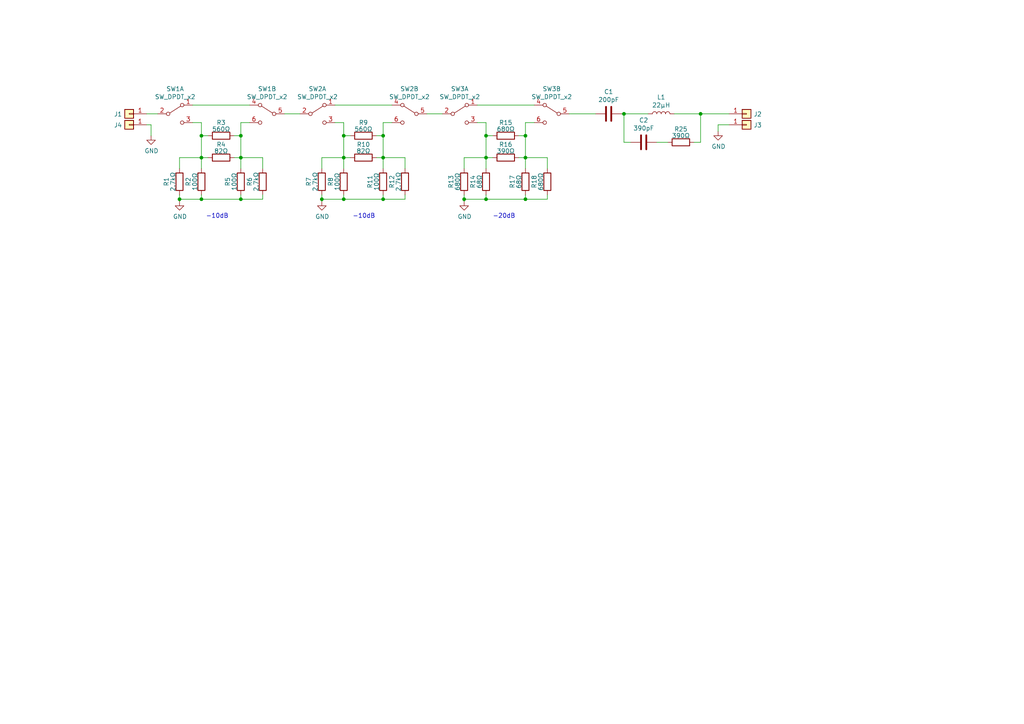
<source format=kicad_sch>
(kicad_sch (version 20230121) (generator eeschema)
  (paper "A4")
  (title_block (title "StepAttenuator_DummyAntenna") (company "Retronics - Bjørner Sandom"))
  (lib_symbols
    (symbol "Connector_Generic:Conn_01x01" (pin_names (offset 1.016) hide)
      (property "Reference" "J" (at 0 2.54 0))
      (property "Value" "Conn_01x01" (at 0 -2.54 0))
      (symbol "Conn_01x01_1_1"
        (rectangle (start -1.27 0.127) (end 0 -0.127) (stroke (width 0.1524)))
        (rectangle (start -1.27 1.27) (end 1.27 -1.27) (stroke (width 0.254)) (fill (type background)))
        (pin passive line (at -5.08 0 0) (length 3.81) (name "Pin_1") (number "1"))
      )
    )
    (symbol "Device:C" (pin_numbers hide) (pin_names (offset 0.254))
      (property "Reference" "C" (at 0.635 2.54 0))
      (property "Value" "C" (at 0.635 -2.54 0))
      (symbol "C_0_1"
        (polyline (pts (xy -2.032 -0.762) (xy 2.032 -0.762)) (stroke (width 0.508)))
        (polyline (pts (xy -2.032 0.762) (xy 2.032 0.762)) (stroke (width 0.508)))
      )
      (symbol "C_1_1"
        (pin passive line (at 0 3.81 270) (length 2.794) (name "~") (number "1"))
        (pin passive line (at 0 -3.81 90) (length 2.794) (name "~") (number "2"))
      )
    )
    (symbol "Device:L" (pin_numbers hide) (pin_names (offset 1.016) hide)
      (property "Reference" "L" (at -1.27 0 90))
      (property "Value" "L" (at 1.905 0 90))
      (symbol "L_0_1"
        (arc (start 0 -2.54) (mid 0.6323 -1.905) (end 0 -1.27))
        (arc (start 0 -1.27) (mid 0.6323 -0.635) (end 0 0))
        (arc (start 0 0) (mid 0.6323 0.635) (end 0 1.27))
        (arc (start 0 1.27) (mid 0.6323 1.905) (end 0 2.54))
      )
      (symbol "L_1_1"
        (pin passive line (at 0 3.81 270) (length 1.27) (name "1") (number "1"))
        (pin passive line (at 0 -3.81 90) (length 1.27) (name "2") (number "2"))
      )
    )
    (symbol "Device:R" (pin_numbers hide) (pin_names (offset 0))
      (property "Reference" "R" (at 2.032 0 90))
      (property "Value" "R" (at 0 0 90))
      (symbol "R_0_1"
        (rectangle (start -1.016 -2.54) (end 1.016 2.54) (stroke (width 0.254)))
      )
      (symbol "R_1_1"
        (pin passive line (at 0 3.81 270) (length 1.27) (name "~") (number "1"))
        (pin passive line (at 0 -3.81 90) (length 1.27) (name "~") (number "2"))
      )
    )
    (symbol "Switch:SW_DPDT_x2" (pin_names (offset 0) hide)
      (property "Reference" "SW" (at 0 4.318 0))
      (property "Value" "SW_DPDT_x2" (at 0 -5.08 0))
      (symbol "SW_DPDT_x2_0_0"
        (circle (center -2.032 0) (radius 0.508))
        (circle (center 2.032 -2.54) (radius 0.508))
      )
      (symbol "SW_DPDT_x2_0_1"
        (polyline (pts (xy -1.524 0.254) (xy 1.651 2.286)))
        (circle (center 2.032 2.54) (radius 0.508))
      )
      (symbol "SW_DPDT_x2_1_1"
        (pin passive line (at 5.08 2.54 180) (length 2.54) (name "A") (number "1"))
        (pin passive line (at -5.08 0 0) (length 2.54) (name "B") (number "2"))
        (pin passive line (at 5.08 -2.54 180) (length 2.54) (name "C") (number "3"))
      )
      (symbol "SW_DPDT_x2_2_1"
        (pin passive line (at 5.08 2.54 180) (length 2.54) (name "A") (number "4"))
        (pin passive line (at -5.08 0 0) (length 2.54) (name "B") (number "5"))
        (pin passive line (at 5.08 -2.54 180) (length 2.54) (name "C") (number "6"))
      )
    )
    (symbol "power:GND" (power) (pin_names (offset 0))
      (property "Value" "GND" (at 0 -3.81 0))
      (symbol "GND_0_1"
        (polyline (pts (xy 0 0) (xy 0 -1.27) (xy 1.27 -1.27) (xy 0 -2.54) (xy -1.27 -1.27) (xy 0 -1.27)))
      )
      (symbol "GND_1_1"
        (pin power_in line (at 0 0 270) (length 0) hide (name "GND") (number "1"))
      )
    )
  )
  (junction (at 140.97 45.72))
  (junction (at 99.695 39.37))
  (junction (at 152.4 39.37))
  (junction (at 134.62 57.785))
  (junction (at 140.97 39.37))
  (junction (at 58.42 39.37))
  (junction (at 52.07 57.785))
  (junction (at 58.42 57.785))
  (junction (at 180.975 33.02))
  (junction (at 111.125 45.72))
  (junction (at 140.97 57.785))
  (junction (at 69.85 39.37))
  (junction (at 69.85 57.785))
  (junction (at 111.125 39.37))
  (junction (at 58.42 45.72))
  (junction (at 99.695 57.785))
  (junction (at 69.85 45.72))
  (junction (at 93.345 57.785))
  (junction (at 99.695 45.72))
  (junction (at 152.4 45.72))
  (junction (at 152.4 57.785))
  (junction (at 111.125 57.785))
  (junction (at 203.2 33.02))
  (wire (pts (xy 111.125 56.515) (xy 111.125 57.785)))
  (wire (pts (xy 52.07 45.72) (xy 58.42 45.72)))
  (wire (pts (xy 58.42 56.515) (xy 58.42 57.785)))
  (wire (pts (xy 69.85 56.515) (xy 69.85 57.785)))
  (wire (pts (xy 111.125 39.37) (xy 111.125 35.56)))
  (wire (pts (xy 158.75 48.895) (xy 158.75 45.72)))
  (wire (pts (xy 152.4 39.37) (xy 152.4 35.56)))
  (wire (pts (xy 60.325 45.72) (xy 58.42 45.72)))
  (wire (pts (xy 69.85 39.37) (xy 69.85 35.56)))
  (wire (pts (xy 140.97 57.785) (xy 152.4 57.785)))
  (wire (pts (xy 152.4 57.785) (xy 158.75 57.785)))
  (wire (pts (xy 150.495 39.37) (xy 152.4 39.37)))
  (wire (pts (xy 117.475 45.72) (xy 111.125 45.72)))
  (wire (pts (xy 152.4 35.56) (xy 154.94 35.56)))
  (wire (pts (xy 142.875 39.37) (xy 140.97 39.37)))
  (wire (pts (xy 109.22 45.72) (xy 111.125 45.72)))
  (wire (pts (xy 180.975 33.02) (xy 180.975 41.275)))
  (wire (pts (xy 111.125 48.895) (xy 111.125 45.72)))
  (wire (pts (xy 58.42 35.56) (xy 55.88 35.56)))
  (wire (pts (xy 134.62 57.785) (xy 140.97 57.785)))
  (wire (pts (xy 152.4 56.515) (xy 152.4 57.785)))
  (wire (pts (xy 58.42 57.785) (xy 69.85 57.785)))
  (wire (pts (xy 117.475 57.785) (xy 117.475 56.515)))
  (wire (pts (xy 99.695 39.37) (xy 99.695 35.56)))
  (wire (pts (xy 208.28 38.1) (xy 208.28 36.195)))
  (wire (pts (xy 58.42 45.72) (xy 58.42 39.37)))
  (wire (pts (xy 203.2 33.02) (xy 211.455 33.02)))
  (wire (pts (xy 52.07 57.785) (xy 58.42 57.785)))
  (wire (pts (xy 203.2 33.02) (xy 203.2 41.275)))
  (wire (pts (xy 99.695 56.515) (xy 99.695 57.785)))
  (wire (pts (xy 195.58 33.02) (xy 203.2 33.02)))
  (wire (pts (xy 52.07 58.42) (xy 52.07 57.785)))
  (wire (pts (xy 142.875 45.72) (xy 140.97 45.72)))
  (wire (pts (xy 180.975 33.02) (xy 180.34 33.02)))
  (wire (pts (xy 69.85 35.56) (xy 72.39 35.56)))
  (wire (pts (xy 134.62 58.42) (xy 134.62 57.785)))
  (wire (pts (xy 140.97 48.895) (xy 140.97 45.72)))
  (wire (pts (xy 117.475 48.895) (xy 117.475 45.72)))
  (wire (pts (xy 93.345 58.42) (xy 93.345 57.785)))
  (wire (pts (xy 193.675 41.275) (xy 190.5 41.275)))
  (wire (pts (xy 97.155 30.48) (xy 113.665 30.48)))
  (wire (pts (xy 140.97 35.56) (xy 138.43 35.56)))
  (wire (pts (xy 93.345 56.515) (xy 93.345 57.785)))
  (wire (pts (xy 134.62 45.72) (xy 140.97 45.72)))
  (wire (pts (xy 101.6 45.72) (xy 99.695 45.72)))
  (wire (pts (xy 86.995 33.02) (xy 82.55 33.02)))
  (wire (pts (xy 69.85 57.785) (xy 76.2 57.785)))
  (wire (pts (xy 93.345 48.895) (xy 93.345 45.72)))
  (wire (pts (xy 67.945 45.72) (xy 69.85 45.72)))
  (wire (pts (xy 42.545 33.02) (xy 45.72 33.02)))
  (wire (pts (xy 55.88 30.48) (xy 72.39 30.48)))
  (wire (pts (xy 182.88 41.275) (xy 180.975 41.275)))
  (wire (pts (xy 140.97 56.515) (xy 140.97 57.785)))
  (wire (pts (xy 203.2 41.275) (xy 201.295 41.275)))
  (wire (pts (xy 158.75 45.72) (xy 152.4 45.72)))
  (wire (pts (xy 128.27 33.02) (xy 123.825 33.02)))
  (wire (pts (xy 111.125 45.72) (xy 111.125 39.37)))
  (wire (pts (xy 76.2 48.895) (xy 76.2 45.72)))
  (wire (pts (xy 111.125 57.785) (xy 117.475 57.785)))
  (wire (pts (xy 58.42 48.895) (xy 58.42 45.72)))
  (wire (pts (xy 109.22 39.37) (xy 111.125 39.37)))
  (wire (pts (xy 99.695 48.895) (xy 99.695 45.72)))
  (wire (pts (xy 99.695 57.785) (xy 111.125 57.785)))
  (wire (pts (xy 52.07 56.515) (xy 52.07 57.785)))
  (wire (pts (xy 43.815 36.195) (xy 42.545 36.195)))
  (wire (pts (xy 134.62 56.515) (xy 134.62 57.785)))
  (wire (pts (xy 99.695 35.56) (xy 97.155 35.56)))
  (wire (pts (xy 134.62 48.895) (xy 134.62 45.72)))
  (wire (pts (xy 60.325 39.37) (xy 58.42 39.37)))
  (wire (pts (xy 138.43 30.48) (xy 154.94 30.48)))
  (wire (pts (xy 111.125 35.56) (xy 113.665 35.56)))
  (wire (pts (xy 208.28 36.195) (xy 211.455 36.195)))
  (wire (pts (xy 165.1 33.02) (xy 172.72 33.02)))
  (wire (pts (xy 67.945 39.37) (xy 69.85 39.37)))
  (wire (pts (xy 43.815 39.37) (xy 43.815 36.195)))
  (wire (pts (xy 101.6 39.37) (xy 99.695 39.37)))
  (wire (pts (xy 69.85 48.895) (xy 69.85 45.72)))
  (wire (pts (xy 99.695 45.72) (xy 99.695 39.37)))
  (wire (pts (xy 58.42 39.37) (xy 58.42 35.56)))
  (wire (pts (xy 140.97 45.72) (xy 140.97 39.37)))
  (wire (pts (xy 152.4 48.895) (xy 152.4 45.72)))
  (wire (pts (xy 76.2 57.785) (xy 76.2 56.515)))
  (wire (pts (xy 158.75 57.785) (xy 158.75 56.515)))
  (wire (pts (xy 76.2 45.72) (xy 69.85 45.72)))
  (wire (pts (xy 150.495 45.72) (xy 152.4 45.72)))
  (wire (pts (xy 140.97 39.37) (xy 140.97 35.56)))
  (wire (pts (xy 93.345 45.72) (xy 99.695 45.72)))
  (wire (pts (xy 152.4 45.72) (xy 152.4 39.37)))
  (wire (pts (xy 69.85 45.72) (xy 69.85 39.37)))
  (wire (pts (xy 52.07 48.895) (xy 52.07 45.72)))
  (wire (pts (xy 93.345 57.785) (xy 99.695 57.785)))
  (wire (pts (xy 187.96 33.02) (xy 180.975 33.02)))
  (text "-10dB" (at 102.235 63.5 0) (effects (font (size 1.27 1.27)) (justify left bottom)))
  (text "-20dB" (at 142.875 63.5 0) (effects (font (size 1.27 1.27)) (justify left bottom)))
  (text "-10dB" (at 59.69 63.5 0) (effects (font (size 1.27 1.27)) (justify left bottom)))
  (symbol (lib_id "Switch:SW_DPDT_x2") (at 50.8 33.02 0) (unit 1)
    (property "Reference" "SW1" (at 50.8 25.781 0))
    (property "Value" "SW_DPDT_x2" (at 50.8 28.0924 0))
    (property "Footprint" "Retronics_Switches:SW_Toggle_DPDT_2MD1T1B1M2QES-5" (effects hide))
  )
  (symbol (lib_id "Switch:SW_DPDT_x2") (at 77.47 33.02 0) (mirror y) (unit 2)
    (property "Reference" "SW1" (at 77.47 25.781 0))
    (property "Value" "SW_DPDT_x2" (at 77.47 28.0924 0))
    (property "Footprint" "Retronics_Switches:SW_Toggle_DPDT_2MD1T1B1M2QES-5" (effects hide))
  )
  (symbol (lib_id "Device:R") (at 64.135 39.37 270) (unit 1)
    (property "Reference" "R3" (at 64.135 35.56 90))
    (property "Value" "560Ω" (at 64.135 37.465 90))
    (property "Footprint" "Resistor_SMD:R_0603_1608Metric_Pad1.05x0.95mm_HandSolder" (effects hide))
  )
  (symbol (lib_id "Device:R") (at 64.135 45.72 270) (unit 1)
    (property "Reference" "R4" (at 64.135 41.91 90))
    (property "Value" "82Ω" (at 64.135 43.815 90))
    (property "Footprint" "Resistor_SMD:R_0603_1608Metric_Pad1.05x0.95mm_HandSolder" (effects hide))
  )
  (symbol (lib_id "Device:R") (at 52.07 52.705 180) (unit 1)
    (property "Reference" "R1" (at 48.26 52.705 90))
    (property "Value" "2.7kΩ" (at 50.165 52.705 90))
    (property "Footprint" "Resistor_SMD:R_0603_1608Metric_Pad1.05x0.95mm_HandSolder" (effects hide))
  )
  (symbol (lib_id "Device:R") (at 58.42 52.705 180) (unit 1)
    (property "Reference" "R2" (at 54.61 52.705 90))
    (property "Value" "100Ω" (at 56.515 52.705 90))
    (property "Footprint" "Resistor_SMD:R_0603_1608Metric_Pad1.05x0.95mm_HandSolder" (effects hide))
  )
  (symbol (lib_id "Device:R") (at 69.85 52.705 180) (unit 1)
    (property "Reference" "R5" (at 66.04 52.705 90))
    (property "Value" "100Ω" (at 67.945 52.705 90))
    (property "Footprint" "Resistor_SMD:R_0603_1608Metric_Pad1.05x0.95mm_HandSolder" (effects hide))
  )
  (symbol (lib_id "Device:R") (at 76.2 52.705 180) (unit 1)
    (property "Reference" "R6" (at 72.39 52.705 90))
    (property "Value" "2.7kΩ" (at 74.295 52.705 90))
    (property "Footprint" "Resistor_SMD:R_0603_1608Metric_Pad1.05x0.95mm_HandSolder" (effects hide))
  )
  (symbol (lib_id "power:GND") (at 43.815 39.37 0) (unit 1)
    (property "Reference" "#PWR01" (effects hide))
    (property "Value" "GND" (at 43.942 43.7642 0))
  )
  (symbol (lib_id "power:GND") (at 208.28 38.1 0) (unit 1)
    (property "Reference" "#PWR02" (effects hide))
    (property "Value" "GND" (at 208.407 42.4942 0))
  )
  (symbol (lib_id "power:GND") (at 52.07 58.42 0) (unit 1)
    (property "Reference" "#PWR03" (effects hide))
    (property "Value" "GND" (at 52.197 62.8142 0))
  )
  (symbol (lib_id "Device:C") (at 176.53 33.02 270) (unit 1)
    (property "Reference" "C1" (at 176.53 26.6192 90))
    (property "Value" "200pF" (at 176.53 28.9306 90))
    (property "Footprint" "Capacitor_SMD:C_0603_1608Metric_Pad1.08x0.95mm_HandSolder" (effects hide))
  )
  (symbol (lib_id "Device:L") (at 191.77 33.02 90) (unit 1)
    (property "Reference" "L1" (at 191.77 28.194 90))
    (property "Value" "22µH" (at 191.77 30.5054 90))
    (property "Footprint" "Inductor_SMD:L_0603_1608Metric_Pad1.05x0.95mm_HandSolder" (effects hide))
  )
  (symbol (lib_id "Device:C") (at 186.69 41.275 270) (unit 1)
    (property "Reference" "C2" (at 186.69 34.8742 90))
    (property "Value" "390pF" (at 186.69 37.1856 90))
    (property "Footprint" "Capacitor_SMD:C_0603_1608Metric_Pad1.08x0.95mm_HandSolder" (effects hide))
  )
  (symbol (lib_id "Device:R") (at 197.485 41.275 90) (unit 1)
    (property "Reference" "R25" (at 197.485 37.465 90))
    (property "Value" "390Ω" (at 197.485 39.37 90))
    (property "Footprint" "Resistor_SMD:R_0603_1608Metric_Pad1.05x0.95mm_HandSolder" (effects hide))
  )
  (symbol (lib_id "Switch:SW_DPDT_x2") (at 92.075 33.02 0) (unit 1)
    (property "Reference" "SW2" (at 92.075 25.781 0))
    (property "Value" "SW_DPDT_x2" (at 92.075 28.0924 0))
    (property "Footprint" "Retronics_Switches:SW_Toggle_DPDT_2MD1T1B1M2QES-5" (effects hide))
  )
  (symbol (lib_id "Switch:SW_DPDT_x2") (at 118.745 33.02 0) (mirror y) (unit 2)
    (property "Reference" "SW2" (at 118.745 25.781 0))
    (property "Value" "SW_DPDT_x2" (at 118.745 28.0924 0))
    (property "Footprint" "Retronics_Switches:SW_Toggle_DPDT_2MD1T1B1M2QES-5" (effects hide))
  )
  (symbol (lib_id "Device:R") (at 105.41 39.37 270) (unit 1)
    (property "Reference" "R9" (at 105.41 35.56 90))
    (property "Value" "560Ω" (at 105.41 37.465 90))
    (property "Footprint" "Resistor_SMD:R_0603_1608Metric_Pad1.05x0.95mm_HandSolder" (effects hide))
  )
  (symbol (lib_id "Device:R") (at 105.41 45.72 270) (unit 1)
    (property "Reference" "R10" (at 105.41 41.91 90))
    (property "Value" "82Ω" (at 105.41 43.815 90))
    (property "Footprint" "Resistor_SMD:R_0603_1608Metric_Pad1.05x0.95mm_HandSolder" (effects hide))
  )
  (symbol (lib_id "Device:R") (at 93.345 52.705 180) (unit 1)
    (property "Reference" "R7" (at 89.535 52.705 90))
    (property "Value" "2.7kΩ" (at 91.44 52.705 90))
    (property "Footprint" "Resistor_SMD:R_0603_1608Metric_Pad1.05x0.95mm_HandSolder" (effects hide))
  )
  (symbol (lib_id "Device:R") (at 99.695 52.705 180) (unit 1)
    (property "Reference" "R8" (at 95.885 52.705 90))
    (property "Value" "100Ω" (at 97.79 52.705 90))
    (property "Footprint" "Resistor_SMD:R_0603_1608Metric_Pad1.05x0.95mm_HandSolder" (effects hide))
  )
  (symbol (lib_id "Device:R") (at 111.125 52.705 180) (unit 1)
    (property "Reference" "R11" (at 107.315 52.705 90))
    (property "Value" "100Ω" (at 109.22 52.705 90))
    (property "Footprint" "Resistor_SMD:R_0603_1608Metric_Pad1.05x0.95mm_HandSolder" (effects hide))
  )
  (symbol (lib_id "Device:R") (at 117.475 52.705 180) (unit 1)
    (property "Reference" "R12" (at 113.665 52.705 90))
    (property "Value" "2.7kΩ" (at 115.57 52.705 90))
    (property "Footprint" "Resistor_SMD:R_0603_1608Metric_Pad1.05x0.95mm_HandSolder" (effects hide))
  )
  (symbol (lib_id "power:GND") (at 93.345 58.42 0) (unit 1)
    (property "Reference" "#PWR08" (effects hide))
    (property "Value" "GND" (at 93.472 62.8142 0))
  )
  (symbol (lib_id "Switch:SW_DPDT_x2") (at 133.35 33.02 0) (unit 1)
    (property "Reference" "SW3" (at 133.35 25.781 0))
    (property "Value" "SW_DPDT_x2" (at 133.35 28.0924 0))
    (property "Footprint" "Retronics_Switches:SW_Toggle_DPDT_2MD1T1B1M2QES-5" (effects hide))
  )
  (symbol (lib_id "Switch:SW_DPDT_x2") (at 160.02 33.02 0) (mirror y) (unit 2)
    (property "Reference" "SW3" (at 160.02 25.781 0))
    (property "Value" "SW_DPDT_x2" (at 160.02 28.0924 0))
    (property "Footprint" "Retronics_Switches:SW_Toggle_DPDT_2MD1T1B1M2QES-5" (effects hide))
  )
  (symbol (lib_id "Device:R") (at 146.685 39.37 270) (unit 1)
    (property "Reference" "R15" (at 146.685 35.56 90))
    (property "Value" "680Ω" (at 146.685 37.465 90))
    (property "Footprint" "Resistor_SMD:R_0603_1608Metric_Pad1.05x0.95mm_HandSolder" (effects hide))
  )
  (symbol (lib_id "Device:R") (at 146.685 45.72 270) (unit 1)
    (property "Reference" "R16" (at 146.685 41.91 90))
    (property "Value" "390Ω" (at 146.685 43.815 90))
    (property "Footprint" "Resistor_SMD:R_0603_1608Metric_Pad1.05x0.95mm_HandSolder" (effects hide))
  )
  (symbol (lib_id "Device:R") (at 134.62 52.705 180) (unit 1)
    (property "Reference" "R13" (at 130.81 52.705 90))
    (property "Value" "680Ω" (at 132.715 52.705 90))
    (property "Footprint" "Resistor_SMD:R_0603_1608Metric_Pad1.05x0.95mm_HandSolder" (effects hide))
  )
  (symbol (lib_id "Device:R") (at 140.97 52.705 180) (unit 1)
    (property "Reference" "R14" (at 137.16 52.705 90))
    (property "Value" "68Ω" (at 139.065 52.705 90))
    (property "Footprint" "Resistor_SMD:R_0603_1608Metric_Pad1.05x0.95mm_HandSolder" (effects hide))
  )
  (symbol (lib_id "Device:R") (at 152.4 52.705 180) (unit 1)
    (property "Reference" "R17" (at 148.59 52.705 90))
    (property "Value" "68Ω" (at 150.495 52.705 90))
    (property "Footprint" "Resistor_SMD:R_0603_1608Metric_Pad1.05x0.95mm_HandSolder" (effects hide))
  )
  (symbol (lib_id "Device:R") (at 158.75 52.705 180) (unit 1)
    (property "Reference" "R18" (at 154.94 52.705 90))
    (property "Value" "680Ω" (at 156.845 52.705 90))
    (property "Footprint" "Resistor_SMD:R_0603_1608Metric_Pad1.05x0.95mm_HandSolder" (effects hide))
  )
  (symbol (lib_id "power:GND") (at 134.62 58.42 0) (unit 1)
    (property "Reference" "#PWR09" (effects hide))
    (property "Value" "GND" (at 134.747 62.8142 0))
  )
  (symbol (lib_id "Connector_Generic:Conn_01x01") (at 216.535 33.02 0) (unit 1)
    (property "Reference" "J2" (at 218.567 33.1216 0) (effects (justify left)))
    (property "Value" "Conn_01x01" (effects hide))
    (property "Footprint" "myDevices:SolderWirePad_1.3" (effects hide))
  )
  (symbol (lib_id "Connector_Generic:Conn_01x01") (at 216.535 36.195 0) (unit 1)
    (property "Reference" "J3" (at 218.567 36.2966 0) (effects (justify left)))
    (property "Value" "Conn_01x01" (effects hide))
    (property "Footprint" "myDevices:SolderWirePad_1.3" (effects hide))
  )
  (symbol (lib_id "Connector_Generic:Conn_01x01") (at 37.465 33.02 0) (mirror y) (unit 1)
    (property "Reference" "J1" (at 35.433 33.1216 0) (effects (justify left)))
    (property "Value" "Conn_01x01" (effects hide))
    (property "Footprint" "myDevices:SolderWirePad_1.3" (effects hide))
  )
  (symbol (lib_id "Connector_Generic:Conn_01x01") (at 37.465 36.195 0) (mirror y) (unit 1)
    (property "Reference" "J4" (at 35.433 36.2966 0) (effects (justify left)))
    (property "Value" "Conn_01x01" (effects hide))
    (property "Footprint" "myDevices:SolderWirePad_1.3" (effects hide))
  )
)
</source>
